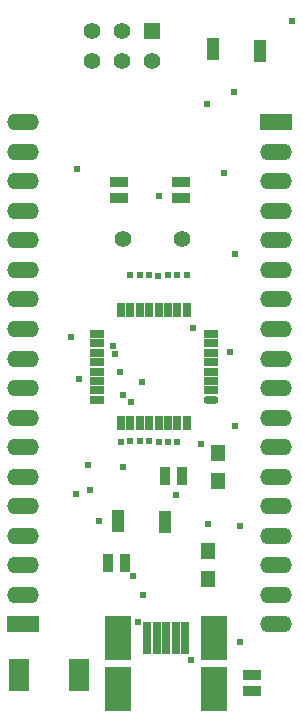
<source format=gts>
G04*
G04 #@! TF.GenerationSoftware,Altium Limited,Altium Designer,21.0.9 (235)*
G04*
G04 Layer_Color=8388736*
%FSLAX25Y25*%
%MOIN*%
G70*
G04*
G04 #@! TF.SameCoordinates,8C7BE193-C278-4644-9D0B-105955A7BB27*
G04*
G04*
G04 #@! TF.FilePolarity,Negative*
G04*
G01*
G75*
%ADD26R,0.03950X0.07493*%
%ADD27R,0.08871X0.14580*%
%ADD28R,0.02769X0.10839*%
%ADD29O,0.05032X0.02572*%
%ADD30R,0.05032X0.02572*%
%ADD31R,0.02572X0.05032*%
%ADD32R,0.05131X0.05721*%
%ADD33R,0.03556X0.06115*%
%ADD34R,0.06115X0.03556*%
%ADD35R,0.07099X0.10642*%
%ADD36R,0.10642X0.05524*%
%ADD37O,0.10642X0.05524*%
%ADD38C,0.05524*%
%ADD39R,0.05524X0.05524*%
%ADD40C,0.02375*%
D26*
X88090Y222736D02*
D03*
X72342Y223130D02*
D03*
X56496Y65650D02*
D03*
X40748Y66043D02*
D03*
D27*
X72982Y9990D02*
D03*
Y26919D02*
D03*
X40699Y9990D02*
D03*
X40699Y26919D02*
D03*
D28*
X63140D02*
D03*
X50541D02*
D03*
X53691D02*
D03*
X56841D02*
D03*
X59990D02*
D03*
D29*
X71654Y106299D02*
D03*
D30*
Y109449D02*
D03*
Y112598D02*
D03*
Y115748D02*
D03*
Y118898D02*
D03*
Y122047D02*
D03*
Y125197D02*
D03*
Y128347D02*
D03*
X33858D02*
D03*
Y125197D02*
D03*
Y122047D02*
D03*
Y118898D02*
D03*
Y115748D02*
D03*
Y112598D02*
D03*
Y109449D02*
D03*
Y106299D02*
D03*
D31*
X63779Y136221D02*
D03*
Y98425D02*
D03*
X60630Y136221D02*
D03*
Y98425D02*
D03*
X57480Y136221D02*
D03*
Y98425D02*
D03*
X54331Y136221D02*
D03*
Y98425D02*
D03*
X51181Y136221D02*
D03*
Y98425D02*
D03*
X48031Y136221D02*
D03*
Y98425D02*
D03*
X44882Y136221D02*
D03*
Y98425D02*
D03*
X41732Y136221D02*
D03*
Y98425D02*
D03*
D32*
X74213Y79331D02*
D03*
Y88583D02*
D03*
X70669Y55807D02*
D03*
Y46555D02*
D03*
D33*
X37598Y52067D02*
D03*
X43110D02*
D03*
X56595Y81004D02*
D03*
X62106D02*
D03*
D34*
X85335Y14665D02*
D03*
Y9154D02*
D03*
X41043Y173425D02*
D03*
Y178937D02*
D03*
X61713Y179035D02*
D03*
Y173524D02*
D03*
D35*
X27854Y14665D02*
D03*
X7776D02*
D03*
D36*
X93504Y198819D02*
D03*
X9212Y31496D02*
D03*
D37*
X93504D02*
D03*
Y41339D02*
D03*
Y51181D02*
D03*
Y61024D02*
D03*
Y70866D02*
D03*
Y80709D02*
D03*
Y90551D02*
D03*
Y100394D02*
D03*
Y110236D02*
D03*
Y120079D02*
D03*
Y129921D02*
D03*
Y139764D02*
D03*
Y149606D02*
D03*
Y159449D02*
D03*
Y169291D02*
D03*
Y179134D02*
D03*
Y188976D02*
D03*
X9212Y198819D02*
D03*
Y188976D02*
D03*
Y179134D02*
D03*
Y169291D02*
D03*
Y159449D02*
D03*
Y149606D02*
D03*
Y139764D02*
D03*
Y129921D02*
D03*
Y120079D02*
D03*
Y110236D02*
D03*
Y100394D02*
D03*
Y90551D02*
D03*
Y80709D02*
D03*
Y70866D02*
D03*
Y61024D02*
D03*
Y51181D02*
D03*
Y41339D02*
D03*
D38*
X62008Y159843D02*
D03*
X42323D02*
D03*
X42165Y229134D02*
D03*
X32165D02*
D03*
X42165Y219134D02*
D03*
X32165D02*
D03*
X52165D02*
D03*
D39*
Y229134D02*
D03*
D40*
X47539Y32185D02*
D03*
X27067Y183338D02*
D03*
X79921Y97638D02*
D03*
Y155020D02*
D03*
X68385Y91732D02*
D03*
X76279Y181791D02*
D03*
X79626Y209055D02*
D03*
X98917Y232579D02*
D03*
X81570Y25664D02*
D03*
X81595Y64272D02*
D03*
X49016Y41142D02*
D03*
X45866Y47638D02*
D03*
X42421Y84055D02*
D03*
X65108Y19636D02*
D03*
X63779Y147835D02*
D03*
X60630D02*
D03*
X57382D02*
D03*
X54035Y147736D02*
D03*
X51083Y147835D02*
D03*
X48130D02*
D03*
X44980Y147933D02*
D03*
X27756Y113287D02*
D03*
X25098Y127362D02*
D03*
X78150Y122146D02*
D03*
X39272Y124213D02*
D03*
X39862Y121457D02*
D03*
X42421Y107776D02*
D03*
X45157Y105463D02*
D03*
X48031Y92421D02*
D03*
X48819Y112402D02*
D03*
X44882Y92421D02*
D03*
X41634Y115748D02*
D03*
X41732Y92224D02*
D03*
X51181Y92421D02*
D03*
X54331Y92126D02*
D03*
X57480Y92126D02*
D03*
X60630Y92126D02*
D03*
X26969Y75000D02*
D03*
X70669Y64764D02*
D03*
X60039Y74705D02*
D03*
X30807Y84646D02*
D03*
X31605Y76382D02*
D03*
X34547Y66043D02*
D03*
X65748Y130315D02*
D03*
X70374Y205020D02*
D03*
X54626Y174409D02*
D03*
M02*

</source>
